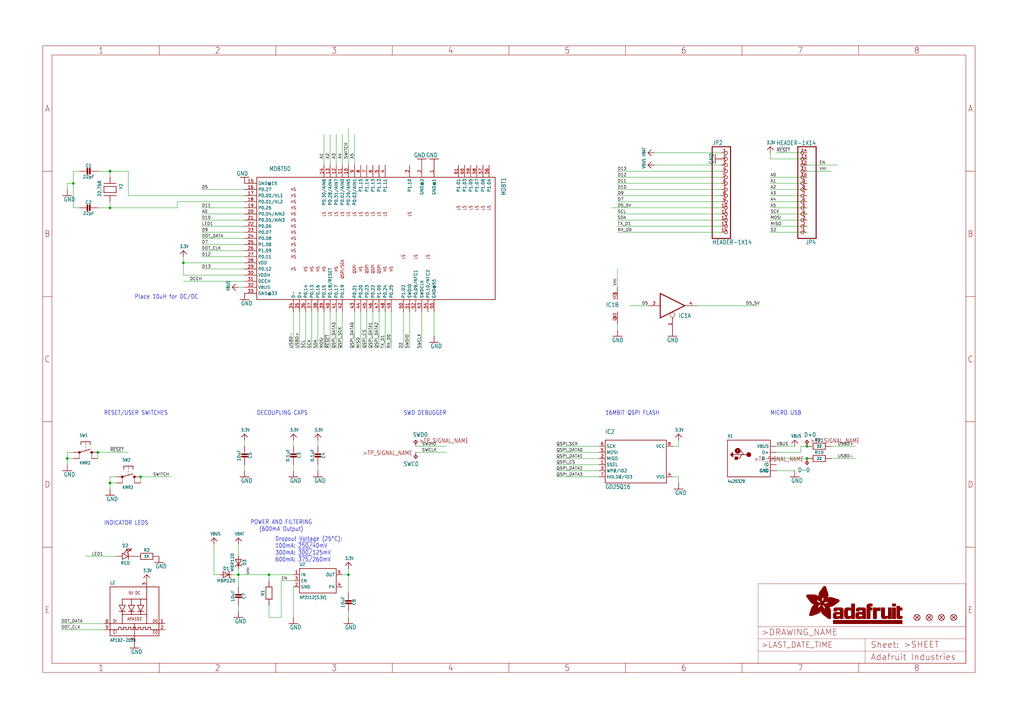
<source format=kicad_sch>
(kicad_sch (version 20211123) (generator eeschema)
  (paper "User" 425.45 299.161)
  (lib_symbols
    (symbol "Adafruit ItsyBitsy nRF52840 Express-eagle-import:3.3V" (power)
      (property "Value" "3.3V" (at -1.524 1.016 0))
      (symbol "3.3V_1_0"
        (pin power_in line (at 0 -2.54 90) (length 2.54) (name "3.3V") (number "1"))
      )
    )
    (symbol "Adafruit ItsyBitsy nRF52840 Express-eagle-import:741G125DBV"
      (property "Reference" "IC" (at -0.635 -0.635 0))
      (symbol "741G125DBV_1_0"
        (pin input line (at 0 10.16 270) (length 5.08) (name "OE") (number "1"))
        (pin input line (at -10.16 0 0) (length 5.08) (name "I") (number "2"))
        (pin tri_state line (at 10.16 0 180) (length 5.08) (name "O") (number "4"))
      )
      (symbol "741G125DBV_2_0"
        (text "GND" (at 1.905 -6.35 900) (effects (font (size 1.27 1.0795)) (justify left bottom)))
        (text "VCC" (at 1.905 2.54 900) (effects (font (size 1.27 1.0795)) (justify left bottom)))
        (pin power_in line (at 0 -7.62 90) (length 5.08) (name "GND") (number "3"))
        (pin power_in line (at 0 7.62 270) (length 5.08) (name "VCC") (number "5"))
      )
    )
    (symbol "Adafruit ItsyBitsy nRF52840 Express-eagle-import:APA1022020"
      (property "Value" "APA1022020" (at -10.16 -12.7 0))
      (symbol "APA1022020_1_0"
        (text "5V DC" (at 0 7.62 0) (effects (font (size 1.27 1.0795))))
        (text "APA102" (at 0 -3.175 0) (effects (font (size 1.27 1.0795))))
        (text "CI" (at -8.128 -8.636 0) (effects (font (size 1.27 1.0795))))
        (text "CO" (at 8.636 -8.636 0) (effects (font (size 1.27 1.0795))))
        (text "DI" (at -8.128 -4.064 0) (effects (font (size 1.27 1.0795))))
        (text "DO" (at 8.636 -4.064 0) (effects (font (size 1.27 1.0795))))
        (pin output line (at 12.7 -5.08 180) (length 2.54) (name "DO") (number "1"))
        (pin output line (at 12.7 -7.62 180) (length 2.54) (name "CKO") (number "2"))
        (pin power_in line (at 5.08 12.7 270) (length 2.54) (name "VDD") (number "3"))
        (pin power_in line (at 0 -12.7 90) (length 2.54) (name "GND") (number "4"))
        (pin input line (at -12.7 -7.62 0) (length 2.54) (name "CKI") (number "5"))
        (pin input line (at -12.7 -5.08 0) (length 2.54) (name "DI") (number "6"))
      )
    )
    (symbol "Adafruit ItsyBitsy nRF52840 Express-eagle-import:CAP_CERAMIC0603_NO"
      (property "Reference" "C" (at -2.29 1.25 90))
      (property "Value" "CAP_CERAMIC0603_NO" (at 2.3 1.25 90))
      (symbol "CAP_CERAMIC0603_NO_1_0"
        (pin passive line (at 0 5.08 270) (length 2.54) (name "1") (number "1"))
        (pin passive line (at 0 -2.54 90) (length 2.54) (name "2") (number "2"))
      )
    )
    (symbol "Adafruit ItsyBitsy nRF52840 Express-eagle-import:CAP_CERAMIC0805-NOOUTLINE"
      (property "Reference" "C" (at -2.29 1.25 90))
      (property "Value" "CAP_CERAMIC0805-NOOUTLINE" (at 2.3 1.25 90))
      (symbol "CAP_CERAMIC0805-NOOUTLINE_1_0"
        (pin passive line (at 0 5.08 270) (length 2.54) (name "1") (number "1"))
        (pin passive line (at 0 -2.54 90) (length 2.54) (name "2") (number "2"))
      )
    )
    (symbol "Adafruit ItsyBitsy nRF52840 Express-eagle-import:CAP_CERAMIC_0603MP"
      (property "Reference" "C" (at -2.29 1.25 90))
      (property "Value" "CAP_CERAMIC_0603MP" (at 2.3 1.25 90))
      (symbol "CAP_CERAMIC_0603MP_1_0"
        (pin passive line (at 0 5.08 270) (length 2.54) (name "1") (number "1"))
        (pin passive line (at 0 -2.54 90) (length 2.54) (name "2") (number "2"))
      )
    )
    (symbol "Adafruit ItsyBitsy nRF52840 Express-eagle-import:DIODE-SCHOTTKYSOD-123"
      (property "Reference" "D" (at 0 2.54 0))
      (property "Value" "DIODE-SCHOTTKYSOD-123" (at 0 -2.5 0))
      (symbol "DIODE-SCHOTTKYSOD-123_1_0"
        (pin passive line (at -2.54 0 0) (length 2.54) (name "A") (number "A"))
        (pin passive line (at 2.54 0 180) (length 2.54) (name "C") (number "C"))
      )
    )
    (symbol "Adafruit ItsyBitsy nRF52840 Express-eagle-import:FIDUCIAL_1MM")
    (symbol "Adafruit ItsyBitsy nRF52840 Express-eagle-import:FRAME_A3_ADAFRUIT"
      (symbol "FRAME_A3_ADAFRUIT_1_0"
        (text "1" (at 24.2094 1.905 0) (effects (font (size 2.54 2.286))))
        (text "1" (at 24.2094 258.445 0) (effects (font (size 2.54 2.286))))
        (text "2" (at 72.6281 1.905 0) (effects (font (size 2.54 2.286))))
        (text "2" (at 72.6281 258.445 0) (effects (font (size 2.54 2.286))))
        (text "3" (at 121.0469 1.905 0) (effects (font (size 2.54 2.286))))
        (text "3" (at 121.0469 258.445 0) (effects (font (size 2.54 2.286))))
        (text "4" (at 169.4656 1.905 0) (effects (font (size 2.54 2.286))))
        (text "4" (at 169.4656 258.445 0) (effects (font (size 2.54 2.286))))
        (text "5" (at 217.8844 1.905 0) (effects (font (size 2.54 2.286))))
        (text "5" (at 217.8844 258.445 0) (effects (font (size 2.54 2.286))))
        (text "6" (at 266.3031 1.905 0) (effects (font (size 2.54 2.286))))
        (text "6" (at 266.3031 258.445 0) (effects (font (size 2.54 2.286))))
        (text "7" (at 314.7219 1.905 0) (effects (font (size 2.54 2.286))))
        (text "7" (at 314.7219 258.445 0) (effects (font (size 2.54 2.286))))
        (text "8" (at 363.1406 1.905 0) (effects (font (size 2.54 2.286))))
        (text "8" (at 363.1406 258.445 0) (effects (font (size 2.54 2.286))))
        (text ">DRAWING_NAME" (at 298.45 15.24 0) (effects (font (size 2.54 2.54)) (justify left bottom)))
        (text ">LAST_DATE_TIME" (at 298.45 10.16 0) (effects (font (size 2.286 2.286)) (justify left bottom)))
        (text ">SHEET" (at 357.505 10.16 0) (effects (font (size 2.54 2.54)) (justify left bottom)))
        (text "A" (at 1.905 234.315 0) (effects (font (size 2.54 2.286))))
        (text "A" (at 385.445 234.315 0) (effects (font (size 2.54 2.286))))
        (text "Adafruit Industries" (at 343.916 4.953 0) (effects (font (size 2.54 2.54)) (justify left bottom)))
        (text "B" (at 1.905 182.245 0) (effects (font (size 2.54 2.286))))
        (text "B" (at 385.445 182.245 0) (effects (font (size 2.54 2.286))))
        (text "C" (at 1.905 130.175 0) (effects (font (size 2.54 2.286))))
        (text "C" (at 385.445 130.175 0) (effects (font (size 2.54 2.286))))
        (text "D" (at 1.905 78.105 0) (effects (font (size 2.54 2.286))))
        (text "D" (at 385.445 78.105 0) (effects (font (size 2.54 2.286))))
        (text "E" (at 1.905 26.035 0) (effects (font (size 2.54 2.286))))
        (text "E" (at 385.445 26.035 0) (effects (font (size 2.54 2.286))))
        (text "Sheet:" (at 343.916 10.033 0) (effects (font (size 2.54 2.54)) (justify left bottom)))
      )
    )
    (symbol "Adafruit ItsyBitsy nRF52840 Express-eagle-import:GND" (power)
      (property "Value" "GND" (at -2.54 -2.54 0))
      (symbol "GND_1_0"
        (pin power_in line (at 0 2.54 270) (length 2.54) (name "GND") (number "1"))
      )
    )
    (symbol "Adafruit ItsyBitsy nRF52840 Express-eagle-import:HEADER-1X14"
      (property "Reference" "JP" (at -6.35 20.955 0))
      (property "Value" "HEADER-1X14" (at -6.35 -20.32 0))
      (symbol "HEADER-1X14_1_0"
        (pin passive inverted (at -2.54 17.78 0) (length 2.54) (name "1") (number "1"))
        (pin passive inverted (at -2.54 -5.08 0) (length 2.54) (name "10") (number "10"))
        (pin passive inverted (at -2.54 -7.62 0) (length 2.54) (name "11") (number "11"))
        (pin passive inverted (at -2.54 -10.16 0) (length 2.54) (name "12") (number "12"))
        (pin passive inverted (at -2.54 -12.7 0) (length 2.54) (name "13") (number "13"))
        (pin passive inverted (at -2.54 -15.24 0) (length 2.54) (name "14") (number "14"))
        (pin passive inverted (at -2.54 15.24 0) (length 2.54) (name "2") (number "2"))
        (pin passive inverted (at -2.54 12.7 0) (length 2.54) (name "3") (number "3"))
        (pin passive inverted (at -2.54 10.16 0) (length 2.54) (name "4") (number "4"))
        (pin passive inverted (at -2.54 7.62 0) (length 2.54) (name "5") (number "5"))
        (pin passive inverted (at -2.54 5.08 0) (length 2.54) (name "6") (number "6"))
        (pin passive inverted (at -2.54 2.54 0) (length 2.54) (name "7") (number "7"))
        (pin passive inverted (at -2.54 0 0) (length 2.54) (name "8") (number "8"))
        (pin passive inverted (at -2.54 -2.54 0) (length 2.54) (name "9") (number "9"))
      )
    )
    (symbol "Adafruit ItsyBitsy nRF52840 Express-eagle-import:LED0805_NOOUTLINE"
      (property "Reference" "D" (at -1.27 4.445 0))
      (property "Value" "LED0805_NOOUTLINE" (at -1.27 -2.794 0))
      (symbol "LED0805_NOOUTLINE_1_0"
        (pin passive line (at -5.08 0 0) (length 2.54) (name "A") (number "A"))
        (pin passive line (at 2.54 0 180) (length 2.54) (name "C") (number "C"))
      )
    )
    (symbol "Adafruit ItsyBitsy nRF52840 Express-eagle-import:MDBT50"
      (property "Reference" "MDBT50" (at -25.4 50.8 0))
      (property "Value" "MDBT50" (at -25.4 -63.5 0))
      (symbol "MDBT50_1_0"
        (text "HS" (at -20.32 -35.56 900) (effects (font (size 1.27 1.0795))))
        (text "HS" (at -17.78 -35.56 900) (effects (font (size 1.27 1.0795))))
        (text "HS" (at -15.24 -35.56 900) (effects (font (size 1.27 1.0795))))
        (text "HS" (at -12.7 -35.56 900) (effects (font (size 1.27 1.0795))))
        (text "HS" (at -10.16 -35.56 900) (effects (font (size 1.27 1.0795))))
        (text "HS" (at -7.62 -35.56 900) (effects (font (size 1.27 1.0795))))
        (text "HS" (at -5.08 -35.56 900) (effects (font (size 1.27 1.0795))))
        (text "HS" (at -2.54 -35.56 900) (effects (font (size 1.27 1.0795))))
        (text "HS" (at 0 -35.56 900) (effects (font (size 1.27 1.0795))))
        (text "HS" (at 2.54 -35.56 900) (effects (font (size 1.27 1.0795))))
        (text "HS" (at 5.08 -35.56 900) (effects (font (size 1.27 1.0795))))
        (text "HS" (at 7.62 -35.56 900) (effects (font (size 1.27 1.0795))))
        (text "HS" (at 12.7 -35.56 900) (effects (font (size 1.27 1.0795))))
        (text "HS" (at 12.7 -30.48 0) (effects (font (size 1.27 1.0795))))
        (text "HS" (at 12.7 -27.94 0) (effects (font (size 1.27 1.0795))))
        (text "HS" (at 12.7 -25.4 0) (effects (font (size 1.27 1.0795))))
        (text "HS" (at 12.7 -22.86 0) (effects (font (size 1.27 1.0795))))
        (text "HS" (at 12.7 -17.78 0) (effects (font (size 1.27 1.0795))))
        (text "HS" (at 12.7 -7.62 0) (effects (font (size 1.27 1.0795))))
        (text "HS" (at 12.7 2.54 0) (effects (font (size 1.27 1.0795))))
        (text "HS" (at 12.7 5.08 0) (effects (font (size 1.27 1.0795))))
        (text "LS" (at -12.7 33.02 0) (effects (font (size 1.27 1.0795))))
        (text "LS" (at -12.7 35.56 0) (effects (font (size 1.27 1.0795))))
        (text "LS" (at -12.7 38.1 0) (effects (font (size 1.27 1.0795))))
        (text "LS" (at -12.7 40.64 0) (effects (font (size 1.27 1.0795))))
        (text "LS" (at -12.7 43.18 0) (effects (font (size 1.27 1.0795))))
        (text "LS" (at -12.7 45.72 0) (effects (font (size 1.27 1.0795))))
        (text "LS" (at -10.16 -22.86 0) (effects (font (size 1.27 1.0795))))
        (text "LS" (at -10.16 -20.32 0) (effects (font (size 1.27 1.0795))))
        (text "LS" (at -10.16 -17.78 0) (effects (font (size 1.27 1.0795))))
        (text "LS" (at -10.16 -15.24 0) (effects (font (size 1.27 1.0795))))
        (text "LS" (at -10.16 -12.7 0) (effects (font (size 1.27 1.0795))))
        (text "LS" (at -10.16 -10.16 0) (effects (font (size 1.27 1.0795))))
        (text "LS" (at -10.16 -7.62 0) (effects (font (size 1.27 1.0795))))
        (text "LS" (at -10.16 -5.08 0) (effects (font (size 1.27 1.0795))))
        (text "LS" (at -10.16 -2.54 0) (effects (font (size 1.27 1.0795))))
        (text "LS" (at -10.16 0 0) (effects (font (size 1.27 1.0795))))
        (text "LS" (at -10.16 2.54 0) (effects (font (size 1.27 1.0795))))
        (text "LS" (at -10.16 12.7 0) (effects (font (size 1.27 1.0795))))
        (text "LS" (at 7.62 10.16 0) (effects (font (size 1.27 1.0795))))
        (text "LS" (at 7.62 15.24 0) (effects (font (size 1.27 1.0795))))
        (text "LS" (at 7.62 20.32 0) (effects (font (size 1.27 1.0795))))
        (text "QSPI" (at 12.7 -10.16 0) (effects (font (size 1.27 1.0795))))
        (text "QSPI" (at 12.7 -5.08 0) (effects (font (size 1.27 1.0795))))
        (text "QSPI" (at 12.7 -2.54 0) (effects (font (size 1.27 1.0795))))
        (text "QSPI" (at 12.7 0 0) (effects (font (size 1.27 1.0795))))
        (text "QSPI/SCK" (at 12.7 -15.24 0) (effects (font (size 1.27 1.0795))))
        (pin bidirectional line (at -30.48 22.86 0) (length 5.08) (name "GND@1") (number "1"))
        (pin bidirectional line (at -30.48 -12.7 0) (length 5.08) (name "P0.29/AIN5") (number "10"))
        (pin bidirectional line (at -30.48 -15.24 0) (length 5.08) (name "P0.02/AIN0") (number "11"))
        (pin bidirectional line (at -30.48 -17.78 0) (length 5.08) (name "P0.31/AIN7") (number "12"))
        (pin bidirectional line (at -30.48 -20.32 0) (length 5.08) (name "P0.28/AIN4") (number "13"))
        (pin bidirectional line (at -30.48 -22.86 0) (length 5.08) (name "P0.30/AIN6") (number "14"))
        (pin bidirectional line (at -22.86 -55.88 90) (length 5.08) (name "GND@15") (number "15"))
        (pin bidirectional line (at -20.32 -55.88 90) (length 5.08) (name "P0.27") (number "16"))
        (pin bidirectional line (at -17.78 -55.88 90) (length 5.08) (name "P0.00/XL1") (number "17"))
        (pin bidirectional line (at -15.24 -55.88 90) (length 5.08) (name "P0.01/XL2") (number "18"))
        (pin bidirectional line (at -12.7 -55.88 90) (length 5.08) (name "P0.26") (number "19"))
        (pin bidirectional line (at -30.48 17.78 0) (length 5.08) (name "GND@2") (number "2"))
        (pin bidirectional line (at -10.16 -55.88 90) (length 5.08) (name "P0.04/AIN2") (number "20"))
        (pin bidirectional line (at -7.62 -55.88 90) (length 5.08) (name "P0.05/AIN3") (number "21"))
        (pin bidirectional line (at -5.08 -55.88 90) (length 5.08) (name "P0.06") (number "22"))
        (pin bidirectional line (at -2.54 -55.88 90) (length 5.08) (name "P0.07") (number "23"))
        (pin bidirectional line (at 0 -55.88 90) (length 5.08) (name "P0.08") (number "24"))
        (pin bidirectional line (at 2.54 -55.88 90) (length 5.08) (name "P1.08") (number "25"))
        (pin bidirectional line (at 5.08 -55.88 90) (length 5.08) (name "P1.09") (number "26"))
        (pin bidirectional line (at 7.62 -55.88 90) (length 5.08) (name "P0.11") (number "27"))
        (pin bidirectional line (at 10.16 -55.88 90) (length 5.08) (name "VDD") (number "28"))
        (pin bidirectional line (at 12.7 -55.88 90) (length 5.08) (name "P0.12") (number "29"))
        (pin bidirectional line (at -30.48 12.7 0) (length 5.08) (name "P1.10") (number "3"))
        (pin bidirectional line (at 15.24 -55.88 90) (length 5.08) (name "VDDH") (number "30"))
        (pin bidirectional line (at 17.78 -55.88 90) (length 5.08) (name "DCCH") (number "31"))
        (pin bidirectional line (at 20.32 -55.88 90) (length 5.08) (name "VBUS") (number "32"))
        (pin bidirectional line (at 22.86 -55.88 90) (length 5.08) (name "GND@33") (number "33"))
        (pin bidirectional line (at 30.48 -35.56 180) (length 5.08) (name "D-") (number "34"))
        (pin bidirectional line (at 30.48 -33.02 180) (length 5.08) (name "D+") (number "35"))
        (pin bidirectional line (at 30.48 -30.48 180) (length 5.08) (name "P0.14") (number "36"))
        (pin bidirectional line (at 30.48 -27.94 180) (length 5.08) (name "P0.13") (number "37"))
        (pin bidirectional line (at 30.48 -25.4 180) (length 5.08) (name "P0.16") (number "38"))
        (pin bidirectional line (at 30.48 -22.86 180) (length 5.08) (name "P0.15") (number "39"))
        (pin bidirectional line (at -30.48 2.54 0) (length 5.08) (name "P1.11") (number "4"))
        (pin bidirectional line (at 30.48 -20.32 180) (length 5.08) (name "P0.18/RESET") (number "40"))
        (pin bidirectional line (at 30.48 -17.78 180) (length 5.08) (name "P0.17") (number "41"))
        (pin bidirectional line (at 30.48 -15.24 180) (length 5.08) (name "P0.19") (number "42"))
        (pin bidirectional line (at 30.48 -10.16 180) (length 5.08) (name "P0.21") (number "43"))
        (pin bidirectional line (at 30.48 -7.62 180) (length 5.08) (name "P0.20") (number "44"))
        (pin bidirectional line (at 30.48 -5.08 180) (length 5.08) (name "P0.23") (number "45"))
        (pin bidirectional line (at 30.48 -2.54 180) (length 5.08) (name "P0.22") (number "46"))
        (pin bidirectional line (at 30.48 0 180) (length 5.08) (name "P1.00") (number "47"))
        (pin bidirectional line (at 30.48 2.54 180) (length 5.08) (name "P0.24") (number "48"))
        (pin bidirectional line (at 30.48 5.08 180) (length 5.08) (name "P0.25") (number "49"))
        (pin bidirectional line (at -30.48 0 0) (length 5.08) (name "P1.12") (number "5"))
        (pin bidirectional line (at 30.48 10.16 180) (length 5.08) (name "P1.02") (number "50"))
        (pin bidirectional line (at 30.48 12.7 180) (length 5.08) (name "SWDIO") (number "51"))
        (pin bidirectional line (at 30.48 15.24 180) (length 5.08) (name "P0.09/NFC1") (number "52"))
        (pin bidirectional line (at 30.48 17.78 180) (length 5.08) (name "SWDCLK") (number "53"))
        (pin bidirectional line (at 30.48 20.32 180) (length 5.08) (name "P0.10/NFC2") (number "54"))
        (pin bidirectional line (at 30.48 22.86 180) (length 5.08) (name "GND@55") (number "55"))
        (pin bidirectional line (at -30.48 45.72 0) (length 5.08) (name "P1.04") (number "56"))
        (pin bidirectional line (at -30.48 43.18 0) (length 5.08) (name "P1.06") (number "57"))
        (pin bidirectional line (at -30.48 40.64 0) (length 5.08) (name "P1.07") (number "58"))
        (pin bidirectional line (at -30.48 38.1 0) (length 5.08) (name "P1.05") (number "59"))
        (pin bidirectional line (at -30.48 -2.54 0) (length 5.08) (name "P1.13") (number "6"))
        (pin bidirectional line (at -30.48 35.56 0) (length 5.08) (name "P1.03") (number "60"))
        (pin bidirectional line (at -30.48 33.02 0) (length 5.08) (name "P1.01") (number "61"))
        (pin bidirectional line (at -30.48 -5.08 0) (length 5.08) (name "P1.14") (number "7"))
        (pin bidirectional line (at -30.48 -7.62 0) (length 5.08) (name "P1.15") (number "8"))
        (pin bidirectional line (at -30.48 -10.16 0) (length 5.08) (name "P0.03/AIN1") (number "9"))
      )
    )
    (symbol "Adafruit ItsyBitsy nRF52840 Express-eagle-import:RESISTOR_0603_NOOUT"
      (property "Reference" "R" (at 0 2.54 0))
      (property "Value" "RESISTOR_0603_NOOUT" (at 0 0 0))
      (symbol "RESISTOR_0603_NOOUT_1_0"
        (pin passive line (at -5.08 0 0) (length 2.54) (name "1") (number "1"))
        (pin passive line (at 5.08 0 180) (length 2.54) (name "2") (number "2"))
      )
    )
    (symbol "Adafruit ItsyBitsy nRF52840 Express-eagle-import:SPIFLASH_8PINUX"
      (property "Reference" "U" (at -12.7 12.7 0))
      (property "Value" "SPIFLASH_8PINUX" (at -12.7 -10.16 0))
      (symbol "SPIFLASH_8PINUX_1_0"
        (pin bidirectional line (at -15.24 0 0) (length 2.54) (name "SSEL") (number "1"))
        (pin bidirectional line (at -15.24 2.54 0) (length 2.54) (name "MISO") (number "2"))
        (pin bidirectional line (at -15.24 -2.54 0) (length 2.54) (name "WP#/IO2") (number "3"))
        (pin bidirectional line (at 15.24 -5.08 180) (length 2.54) (name "VSS") (number "4"))
        (pin bidirectional line (at -15.24 5.08 0) (length 2.54) (name "MOSI") (number "5"))
        (pin bidirectional line (at -15.24 7.62 0) (length 2.54) (name "SCK") (number "6"))
        (pin bidirectional line (at -15.24 -5.08 0) (length 2.54) (name "HOLD#/IO3") (number "7"))
        (pin bidirectional line (at 15.24 7.62 180) (length 2.54) (name "VCC") (number "8"))
      )
    )
    (symbol "Adafruit ItsyBitsy nRF52840 Express-eagle-import:SWITCH_TACT_SMT4.6X2.8"
      (property "Reference" "SW" (at -2.54 6.35 0))
      (property "Value" "SWITCH_TACT_SMT4.6X2.8" (at -2.54 -5.08 0))
      (symbol "SWITCH_TACT_SMT4.6X2.8_1_0"
        (pin passive line (at -5.08 0 0) (length 2.54) (name "P") (number "A"))
        (pin passive line (at -5.08 -2.54 0) (length 2.54) (name "P1") (number "A'"))
        (pin passive line (at 5.08 0 180) (length 2.54) (name "S") (number "B"))
        (pin passive line (at 5.08 -2.54 180) (length 2.54) (name "S1") (number "B'"))
      )
    )
    (symbol "Adafruit ItsyBitsy nRF52840 Express-eagle-import:TPTP10R"
      (property "Reference" "TP" (at -1.27 1.27 0))
      (symbol "TPTP10R_1_0"
        (text ">TP_SIGNAL_NAME" (at 1.27 -1.27 0) (effects (font (size 1.778 1.5113)) (justify left bottom)))
        (pin input line (at 0 -2.54 90) (length 2.54) (name "TP") (number "TP"))
      )
    )
    (symbol "Adafruit ItsyBitsy nRF52840 Express-eagle-import:TPTP13R"
      (property "Reference" "TP" (at -1.27 1.27 0))
      (symbol "TPTP13R_1_0"
        (text ">TP_SIGNAL_NAME" (at 1.27 -1.27 0) (effects (font (size 1.778 1.5113)) (justify left bottom)))
        (pin input line (at 0 -2.54 90) (length 2.54) (name "TP") (number "TP"))
      )
    )
    (symbol "Adafruit ItsyBitsy nRF52840 Express-eagle-import:USB_MICRO_20329_V2"
      (property "Reference" "X" (at -10.16 8.636 0))
      (property "Value" "USB_MICRO_20329_V2" (at -10.16 -10.16 0))
      (symbol "USB_MICRO_20329_V2_1_0"
        (pin power_in line (at 10.16 -5.08 180) (length 2.54) (name "GND") (number "BASE@1"))
        (pin power_in line (at 10.16 -5.08 180) (length 2.54) (name "GND") (number "BASE@2"))
        (pin bidirectional line (at 10.16 2.54 180) (length 2.54) (name "D+") (number "D+"))
        (pin bidirectional line (at 10.16 0 180) (length 2.54) (name "D-") (number "D-"))
        (pin power_in line (at 10.16 -5.08 180) (length 2.54) (name "GND") (number "GND"))
        (pin bidirectional line (at 10.16 -2.54 180) (length 2.54) (name "ID") (number "ID"))
        (pin power_in line (at 10.16 -5.08 180) (length 2.54) (name "GND") (number "SPRT@1"))
        (pin power_in line (at 10.16 -5.08 180) (length 2.54) (name "GND") (number "SPRT@2"))
        (pin power_in line (at 10.16 -5.08 180) (length 2.54) (name "GND") (number "SPRT@3"))
        (pin power_in line (at 10.16 -5.08 180) (length 2.54) (name "GND") (number "SPRT@4"))
        (pin power_in line (at 10.16 5.08 180) (length 2.54) (name "VBUS") (number "VBUS"))
      )
    )
    (symbol "Adafruit ItsyBitsy nRF52840 Express-eagle-import:VBAT" (power)
      (property "Value" "VBAT" (at -1.524 1.016 0))
      (symbol "VBAT_1_0"
        (pin power_in line (at 0 -2.54 90) (length 2.54) (name "VBAT") (number "1"))
      )
    )
    (symbol "Adafruit ItsyBitsy nRF52840 Express-eagle-import:VBUS" (power)
      (property "Value" "VBUS" (at -1.524 1.016 0))
      (symbol "VBUS_1_0"
        (pin power_in line (at 0 -2.54 90) (length 2.54) (name "VBUS") (number "1"))
      )
    )
    (symbol "Adafruit ItsyBitsy nRF52840 Express-eagle-import:VREG_SOT23-5"
      (property "Reference" "U" (at -7.62 6.096 0))
      (property "Value" "VREG_SOT23-5" (at -7.62 -7.62 0))
      (symbol "VREG_SOT23-5_1_0"
        (pin power_in line (at -10.16 2.54 0) (length 2.54) (name "IN") (number "1"))
        (pin power_in line (at -10.16 -2.54 0) (length 2.54) (name "GND") (number "2"))
        (pin input line (at -10.16 0 0) (length 2.54) (name "EN") (number "3"))
        (pin bidirectional line (at 10.16 -2.54 180) (length 2.54) (name "P4") (number "4"))
        (pin power_in line (at 10.16 2.54 180) (length 2.54) (name "OUT") (number "5"))
      )
    )
    (symbol "Adafruit ItsyBitsy nRF52840 Express-eagle-import:XTAL-3.2X1.5"
      (property "Reference" "X" (at -2.54 3.81 0))
      (property "Value" "XTAL-3.2X1.5" (at -3.81 -5.08 0))
      (symbol "XTAL-3.2X1.5_1_0"
        (pin bidirectional line (at -5.08 0 0) (length 2.54) (name "P$1") (number "P$1"))
        (pin bidirectional line (at 5.08 0 180) (length 2.54) (name "P$2") (number "P$2"))
      )
    )
  )
  (junction (at 335.28 185.42))
  (junction (at 40.64 187.96))
  (junction (at 144.78 238.76))
  (junction (at 45.72 86.36))
  (junction (at 335.28 190.5))
  (junction (at 27.94 190.5))
  (junction (at 45.72 71.12))
  (junction (at 45.72 200.66))
  (junction (at 76.2 109.22))
  (junction (at 111.76 238.76))
  (junction (at 30.48 76.2))
  (junction (at 58.42 198.12))
  (junction (at 99.06 238.76))
  (wire (pts (xy 160.02 129.54) (xy 160.02 144.78)))
  (wire (pts (xy 299.72 88.9) (xy 256.54 88.9)))
  (wire (pts (xy 58.42 198.12) (xy 71.12 198.12)))
  (wire (pts (xy 101.6 93.98) (xy 83.82 93.98)))
  (wire (pts (xy 101.6 104.14) (xy 83.82 104.14)))
  (wire (pts (xy 48.26 200.66) (xy 45.72 200.66)))
  (wire (pts (xy 256.54 134.62) (xy 256.54 137.16)))
  (wire (pts (xy 144.78 238.76) (xy 144.78 236.22)))
  (wire (pts (xy 335.28 71.12) (xy 345.44 71.12)))
  (wire (pts (xy 231.14 195.58) (xy 248.92 195.58)))
  (wire (pts (xy 91.44 238.76) (xy 88.9 238.76)))
  (wire (pts (xy 320.04 86.36) (xy 335.28 86.36)))
  (wire (pts (xy 330.2 185.42) (xy 322.58 185.42)))
  (wire (pts (xy 320.04 66.04) (xy 335.28 66.04)))
  (wire (pts (xy 101.6 81.28) (xy 53.34 81.28)))
  (wire (pts (xy 335.28 88.9) (xy 320.04 88.9)))
  (wire (pts (xy 142.24 68.58) (xy 142.24 55.88)))
  (wire (pts (xy 45.72 198.12) (xy 45.72 200.66)))
  (wire (pts (xy 124.46 129.54) (xy 124.46 144.78)))
  (wire (pts (xy 256.54 91.44) (xy 299.72 91.44)))
  (wire (pts (xy 332.74 187.96) (xy 332.74 185.42)))
  (wire (pts (xy 101.6 185.42) (xy 101.6 182.88)))
  (wire (pts (xy 139.7 144.78) (xy 139.7 129.54)))
  (wire (pts (xy 43.18 259.08) (xy 25.4 259.08)))
  (wire (pts (xy 30.48 187.96) (xy 27.94 187.96)))
  (wire (pts (xy 27.94 78.74) (xy 27.94 76.2)))
  (wire (pts (xy 256.54 78.74) (xy 299.72 78.74)))
  (wire (pts (xy 99.06 251.46) (xy 99.06 254)))
  (wire (pts (xy 30.48 86.36) (xy 33.02 86.36)))
  (wire (pts (xy 101.6 109.22) (xy 76.2 109.22)))
  (wire (pts (xy 180.34 139.7) (xy 180.34 129.54)))
  (wire (pts (xy 40.64 187.96) (xy 40.64 190.5)))
  (wire (pts (xy 99.06 236.22) (xy 99.06 238.76)))
  (wire (pts (xy 40.64 86.36) (xy 45.72 86.36)))
  (wire (pts (xy 279.4 198.12) (xy 281.94 198.12)))
  (wire (pts (xy 335.28 83.82) (xy 320.04 83.82)))
  (wire (pts (xy 157.48 129.54) (xy 157.48 144.78)))
  (wire (pts (xy 48.26 231.14) (xy 35.56 231.14)))
  (wire (pts (xy 231.14 193.04) (xy 248.92 193.04)))
  (wire (pts (xy 101.6 78.74) (xy 83.82 78.74)))
  (wire (pts (xy 142.24 144.78) (xy 142.24 129.54)))
  (wire (pts (xy 116.84 241.3) (xy 116.84 256.54)))
  (wire (pts (xy 101.6 86.36) (xy 83.82 86.36)))
  (wire (pts (xy 101.6 88.9) (xy 83.82 88.9)))
  (wire (pts (xy 101.6 193.04) (xy 101.6 195.58)))
  (wire (pts (xy 58.42 198.12) (xy 58.42 200.66)))
  (wire (pts (xy 332.74 185.42) (xy 335.28 185.42)))
  (wire (pts (xy 320.04 93.98) (xy 335.28 93.98)))
  (wire (pts (xy 101.6 83.82) (xy 73.66 83.82)))
  (wire (pts (xy 25.4 261.62) (xy 43.18 261.62)))
  (wire (pts (xy 40.64 71.12) (xy 45.72 71.12)))
  (wire (pts (xy 139.7 68.58) (xy 139.7 55.88)))
  (wire (pts (xy 53.34 81.28) (xy 53.34 71.12)))
  (wire (pts (xy 96.52 238.76) (xy 99.06 238.76)))
  (wire (pts (xy 121.92 193.04) (xy 121.92 195.58)))
  (wire (pts (xy 320.04 81.28) (xy 335.28 81.28)))
  (wire (pts (xy 121.92 241.3) (xy 116.84 241.3)))
  (wire (pts (xy 335.28 68.58) (xy 347.98 68.58)))
  (wire (pts (xy 144.78 254) (xy 144.78 256.54)))
  (wire (pts (xy 101.6 111.76) (xy 83.82 111.76)))
  (wire (pts (xy 45.72 86.36) (xy 45.72 83.82)))
  (wire (pts (xy 132.08 185.42) (xy 132.08 182.88)))
  (wire (pts (xy 27.94 190.5) (xy 27.94 193.04)))
  (wire (pts (xy 335.28 91.44) (xy 320.04 91.44)))
  (wire (pts (xy 269.24 127) (xy 261.62 127)))
  (wire (pts (xy 256.54 96.52) (xy 299.72 96.52)))
  (wire (pts (xy 101.6 99.06) (xy 83.82 99.06)))
  (wire (pts (xy 45.72 200.66) (xy 45.72 203.2)))
  (wire (pts (xy 256.54 111.76) (xy 256.54 119.38)))
  (wire (pts (xy 355.6 190.5) (xy 345.44 190.5)))
  (wire (pts (xy 322.58 190.5) (xy 335.28 190.5)))
  (wire (pts (xy 170.18 129.54) (xy 170.18 144.78)))
  (wire (pts (xy 73.66 86.36) (xy 45.72 86.36)))
  (wire (pts (xy 101.6 96.52) (xy 83.82 96.52)))
  (wire (pts (xy 137.16 68.58) (xy 137.16 55.88)))
  (wire (pts (xy 53.34 71.12) (xy 45.72 71.12)))
  (wire (pts (xy 231.14 190.5) (xy 248.92 190.5)))
  (wire (pts (xy 185.42 185.42) (xy 172.72 185.42)))
  (wire (pts (xy 30.48 71.12) (xy 30.48 76.2)))
  (wire (pts (xy 142.24 238.76) (xy 144.78 238.76)))
  (wire (pts (xy 129.54 129.54) (xy 129.54 144.78)))
  (wire (pts (xy 320.04 76.2) (xy 335.28 76.2)))
  (wire (pts (xy 144.78 68.58) (xy 144.78 53.34)))
  (wire (pts (xy 101.6 116.84) (xy 76.2 116.84)))
  (wire (pts (xy 121.92 238.76) (xy 111.76 238.76)))
  (wire (pts (xy 99.06 226.06) (xy 99.06 231.14)))
  (wire (pts (xy 101.6 91.44) (xy 83.82 91.44)))
  (wire (pts (xy 256.54 73.66) (xy 299.72 73.66)))
  (wire (pts (xy 322.58 195.58) (xy 330.2 195.58)))
  (wire (pts (xy 335.28 96.52) (xy 320.04 96.52)))
  (wire (pts (xy 40.64 187.96) (xy 53.34 187.96)))
  (wire (pts (xy 99.06 238.76) (xy 111.76 238.76)))
  (wire (pts (xy 152.4 129.54) (xy 152.4 144.78)))
  (wire (pts (xy 279.4 185.42) (xy 281.94 185.42)))
  (wire (pts (xy 162.56 129.54) (xy 162.56 144.78)))
  (wire (pts (xy 121.92 144.78) (xy 121.92 129.54)))
  (wire (pts (xy 322.58 187.96) (xy 332.74 187.96)))
  (wire (pts (xy 27.94 187.96) (xy 27.94 190.5)))
  (wire (pts (xy 76.2 114.3) (xy 76.2 109.22)))
  (wire (pts (xy 299.72 93.98) (xy 256.54 93.98)))
  (wire (pts (xy 45.72 71.12) (xy 45.72 73.66)))
  (wire (pts (xy 83.82 106.68) (xy 101.6 106.68)))
  (wire (pts (xy 101.6 114.3) (xy 76.2 114.3)))
  (wire (pts (xy 147.32 144.78) (xy 147.32 129.54)))
  (wire (pts (xy 137.16 129.54) (xy 137.16 144.78)))
  (wire (pts (xy 30.48 190.5) (xy 27.94 190.5)))
  (wire (pts (xy 167.64 129.54) (xy 167.64 144.78)))
  (wire (pts (xy 121.92 243.84) (xy 121.92 256.54)))
  (wire (pts (xy 134.62 68.58) (xy 134.62 55.88)))
  (wire (pts (xy 335.28 63.5) (xy 322.58 63.5)))
  (wire (pts (xy 144.78 246.38) (xy 144.78 238.76)))
  (wire (pts (xy 132.08 129.54) (xy 132.08 144.78)))
  (wire (pts (xy 154.94 129.54) (xy 154.94 144.78)))
  (wire (pts (xy 335.28 73.66) (xy 320.04 73.66)))
  (wire (pts (xy 27.94 76.2) (xy 30.48 76.2)))
  (wire (pts (xy 175.26 129.54) (xy 175.26 144.78)))
  (wire (pts (xy 132.08 193.04) (xy 132.08 195.58)))
  (wire (pts (xy 147.32 68.58) (xy 147.32 55.88)))
  (wire (pts (xy 256.54 83.82) (xy 299.72 83.82)))
  (wire (pts (xy 111.76 241.3) (xy 111.76 238.76)))
  (wire (pts (xy 335.28 78.74) (xy 320.04 78.74)))
  (wire (pts (xy 299.72 81.28) (xy 256.54 81.28)))
  (wire (pts (xy 33.02 71.12) (xy 30.48 71.12)))
  (wire (pts (xy 355.6 185.42) (xy 345.44 185.42)))
  (wire (pts (xy 116.84 256.54) (xy 111.76 256.54)))
  (wire (pts (xy 289.56 127) (xy 314.96 127)))
  (wire (pts (xy 299.72 71.12) (xy 256.54 71.12)))
  (wire (pts (xy 149.86 144.78) (xy 149.86 129.54)))
  (wire (pts (xy 121.92 185.42) (xy 121.92 182.88)))
  (wire (pts (xy 231.14 198.12) (xy 248.92 198.12)))
  (wire (pts (xy 172.72 187.96) (xy 185.42 187.96)))
  (wire (pts (xy 248.92 185.42) (xy 231.14 185.42)))
  (wire (pts (xy 48.26 198.12) (xy 45.72 198.12)))
  (wire (pts (xy 83.82 101.6) (xy 101.6 101.6)))
  (wire (pts (xy 248.92 187.96) (xy 231.14 187.96)))
  (wire (pts (xy 299.72 86.36) (xy 254 86.36)))
  (wire (pts (xy 111.76 256.54) (xy 111.76 251.46)))
  (wire (pts (xy 271.78 63.5) (xy 299.72 63.5)))
  (wire (pts (xy 320.04 63.5) (xy 320.04 66.04)))
  (wire (pts (xy 99.06 243.84) (xy 99.06 238.76)))
  (wire (pts (xy 73.66 83.82) (xy 73.66 86.36)))
  (wire (pts (xy 299.72 76.2) (xy 256.54 76.2)))
  (wire (pts (xy 281.94 198.12) (xy 281.94 200.66)))
  (wire (pts (xy 101.6 119.38) (xy 99.06 119.38)))
  (wire (pts (xy 134.62 129.54) (xy 134.62 144.78)))
  (wire (pts (xy 88.9 238.76) (xy 88.9 226.06)))
  (wire (pts (xy 127 129.54) (xy 127 144.78)))
  (wire (pts (xy 281.94 185.42) (xy 281.94 182.88)))
  (wire (pts (xy 299.72 68.58) (xy 271.78 68.58)))
  (wire (pts (xy 30.48 76.2) (xy 30.48 86.36)))
  (wire (pts (xy 76.2 109.22) (xy 76.2 106.68)))
  (text "POWER AND FILTERING\n(600mA Output)" (at 116.84 220.98 180) (effects (font (size 1.778 1.5113)) (justify bottom)))
  (text "SWD DEBUGGER" (at 167.64 172.72 180) (effects (font (size 1.778 1.5113)) (justify left bottom)))
  (text "16MBIT QSPI FLASH" (at 251.46 172.72 180) (effects (font (size 1.778 1.5113)) (justify left bottom)))
  (text "MICRO USB" (at 320.04 172.72 180) (effects (font (size 1.778 1.5113)) (justify left bottom)))
  (text "RESET/USER SWITCHES" (at 43.18 172.72 180) (effects (font (size 1.778 1.5113)) (justify left bottom)))
  (text "INDICATOR LEDS" (at 43.18 218.44 180) (effects (font (size 1.778 1.5113)) (justify left bottom)))
  (text "Place 10uH for DC/DC" (at 55.88 124.46 180) (effects (font (size 1.778 1.5113)) (justify left bottom)))
  (text "Dropout Voltage (25°C):\n100mA: ~{250/}40mV\n300mA: ~{300/}125mV\n600mA: ~{375/}260mV" (at 114.3 233.68 180) (effects (font (size 1.778 1.5113)) (justify left bottom)))
  (text "DECOUPLING CAPS" (at 106.68 172.72 180) (effects (font (size 1.778 1.5113)) (justify left bottom)))
  (label "D2" (at 320.04 96.52 0) (effects (font (size 1.2446 1.2446))))
  (label "TX_D1" (at 160.02 144.78 90) (effects (font (size 1.2446 1.2446))))
  (label "A4" (at 142.24 66.04 90) (effects (font (size 1.2446 1.2446))))
  (label "MOSI" (at 134.62 144.78 90) (effects (font (size 1.2446 1.2446))))
  (label "SWITCH" (at 144.78 66.04 90) (effects (font (size 1.2446 1.2446))))
  (label "LED1" (at 38.1 231.14 0) (effects (font (size 1.2446 1.2446))))
  (label "D9" (at 83.82 96.52 0) (effects (font (size 1.2446 1.2446))))
  (label "SCL" (at 256.54 88.9 0) (effects (font (size 1.2446 1.2446))))
  (label "A0" (at 83.82 88.9 0) (effects (font (size 1.2446 1.2446))))
  (label "DCCH" (at 78.74 116.84 0) (effects (font (size 1.2446 1.2446))))
  (label "SCK" (at 320.04 88.9 0) (effects (font (size 1.2446 1.2446))))
  (label "D10" (at 83.82 91.44 0) (effects (font (size 1.2446 1.2446))))
  (label "SWITCH" (at 63.5 198.12 0) (effects (font (size 1.2446 1.2446))))
  (label "SDA" (at 256.54 91.44 0) (effects (font (size 1.2446 1.2446))))
  (label "D7" (at 256.54 83.82 0) (effects (font (size 1.2446 1.2446))))
  (label "QSPI_SCK" (at 142.24 144.78 90) (effects (font (size 1.2446 1.2446))))
  (label "SWCLK" (at 175.26 187.96 0) (effects (font (size 1.2446 1.2446))))
  (label "A4" (at 320.04 83.82 0) (effects (font (size 1.2446 1.2446))))
  (label "D10" (at 256.54 78.74 0) (effects (font (size 1.2446 1.2446))))
  (label "D13" (at 256.54 71.12 0) (effects (font (size 1.2446 1.2446))))
  (label "D9" (at 256.54 81.28 0) (effects (font (size 1.2446 1.2446))))
  (label "VHI" (at 340.36 71.12 0) (effects (font (size 1.2446 1.2446))))
  (label "D12" (at 83.82 106.68 0) (effects (font (size 1.2446 1.2446))))
  (label "D5" (at 83.82 78.74 0) (effects (font (size 1.2446 1.2446))))
  (label "TX_D1" (at 256.54 93.98 0) (effects (font (size 1.2446 1.2446))))
  (label "QSPI_DATA2" (at 231.14 195.58 0) (effects (font (size 1.2446 1.2446))))
  (label "A0" (at 320.04 73.66 0) (effects (font (size 1.2446 1.2446))))
  (label "LED1" (at 83.82 93.98 0) (effects (font (size 1.2446 1.2446))))
  (label "D5_5V" (at 309.88 127 0) (effects (font (size 1.2446 1.2446))))
  (label "DOT_DATA" (at 83.82 99.06 0) (effects (font (size 1.2446 1.2446))))
  (label "USBD+" (at 347.98 185.42 0) (effects (font (size 1.2446 1.2446))))
  (label "~{RESET}" (at 137.16 144.78 90) (effects (font (size 1.2446 1.2446))))
  (label "SDA" (at 132.08 144.78 90) (effects (font (size 1.2446 1.2446))))
  (label "QSPI_CS" (at 231.14 193.04 0) (effects (font (size 1.2446 1.2446))))
  (label "A3" (at 139.7 66.04 90) (effects (font (size 1.2446 1.2446))))
  (label "USBD-" (at 121.92 144.78 90) (effects (font (size 1.2446 1.2446))))
  (label "QSPI_DATA3" (at 231.14 198.12 0) (effects (font (size 1.2446 1.2446))))
  (label "EN" (at 116.84 241.3 0) (effects (font (size 1.2446 1.2446))))
  (label "QSPI_DATA0" (at 231.14 187.96 0) (effects (font (size 1.2446 1.2446))))
  (label "QSPI_DATA1" (at 154.94 144.78 90) (effects (font (size 1.2446 1.2446))))
  (label "D13" (at 83.82 111.76 0) (effects (font (size 1.2446 1.2446))))
  (label "A5" (at 320.04 86.36 0) (effects (font (size 1.2446 1.2446))))
  (label "SWDIO" (at 175.26 185.42 0) (effects (font (size 1.2446 1.2446))))
  (label "DOT_CLK" (at 83.82 104.14 0) (effects (font (size 1.2446 1.2446))))
  (label "D12" (at 256.54 73.66 0) (effects (font (size 1.2446 1.2446))))
  (label "QSPI_DATA2" (at 157.48 144.78 90) (effects (font (size 1.2446 1.2446))))
  (label "D5" (at 266.7 127 0) (effects (font (size 1.2446 1.2446))))
  (label "SWCLK" (at 175.26 144.78 90) (effects (font (size 1.2446 1.2446))))
  (label "VHI" (at 104.14 238.76 90) (effects (font (size 1.2446 1.2446))))
  (label "VBUS" (at 322.58 185.42 0) (effects (font (size 1.2446 1.2446))))
  (label "RX_D0" (at 162.56 144.78 90) (effects (font (size 1.2446 1.2446))))
  (label "SWDIO" (at 170.18 144.78 90) (effects (font (size 1.2446 1.2446))))
  (label "A1" (at 320.04 76.2 0) (effects (font (size 1.2446 1.2446))))
  (label "MOSI" (at 320.04 91.44 0) (effects (font (size 1.2446 1.2446))))
  (label "D11" (at 83.82 86.36 0) (effects (font (size 1.2446 1.2446))))
  (label "DOT_CLK" (at 25.4 261.62 0) (effects (font (size 1.2446 1.2446))))
  (label "USBD+" (at 124.46 144.78 90) (effects (font (size 1.2446 1.2446))))
  (label "A5" (at 147.32 66.04 90) (effects (font (size 1.2446 1.2446))))
  (label "QSPI_CS" (at 152.4 144.78 90) (effects (font (size 1.2446 1.2446))))
  (label "VHI" (at 256.54 115.57 270) (effects (font (size 1.2446 1.2446))))
  (label "D11" (at 256.54 76.2 0) (effects (font (size 1.2446 1.2446))))
  (label "~{RESET}" (at 45.72 187.96 0) (effects (font (size 1.2446 1.2446))))
  (label "SCK" (at 129.54 144.78 90) (effects (font (size 1.2446 1.2446))))
  (label "QSPI_DATA1" (at 231.14 190.5 0) (effects (font (size 1.2446 1.2446))))
  (label "~{RESET}" (at 322.58 63.5 0) (effects (font (size 1.2446 1.2446))))
  (label "RX_D0" (at 256.54 96.52 0) (effects (font (size 1.2446 1.2446))))
  (label "QSPI_DATA0" (at 147.32 144.78 90) (effects (font (size 1.2446 1.2446))))
  (label "QSPI_DATA3" (at 139.7 144.78 90) (effects (font (size 1.2446 1.2446))))
  (label "DOT_DATA" (at 25.4 259.08 0) (effects (font (size 1.2446 1.2446))))
  (label "A2" (at 320.04 78.74 0) (effects (font (size 1.2446 1.2446))))
  (label "USBD-" (at 347.98 190.5 0) (effects (font (size 1.2446 1.2446))))
  (label "A2" (at 137.16 66.04 90) (effects (font (size 1.2446 1.2446))))
  (label "SCL" (at 127 144.78 90) (effects (font (size 1.2446 1.2446))))
  (label "D5_5V" (at 256.54 86.36 0) (effects (font (size 1.2446 1.2446))))
  (label "D7" (at 83.82 101.6 0) (effects (font (size 1.2446 1.2446))))
  (label "MISO" (at 320.04 93.98 0) (effects (font (size 1.2446 1.2446))))
  (label "EN" (at 340.36 68.58 0) (effects (font (size 1.2446 1.2446))))
  (label "QSPI_SCK" (at 231.14 185.42 0) (effects (font (size 1.2446 1.2446))))
  (label "MISO" (at 149.86 144.78 90) (effects (font (size 1.2446 1.2446))))
  (label "A1" (at 134.62 66.04 90) (effects (font (size 1.2446 1.2446))))
  (label "A3" (at 320.04 81.28 0) (effects (font (size 1.2446 1.2446))))
  (label "D2" (at 167.64 144.78 90) (effects (font (size 1.2446 1.2446))))
  (symbol (lib_id "Adafruit ItsyBitsy nRF52840 Express-eagle-import:GND") (at 101.6 73.66 180) (unit 1)
    (property "Reference" "#U$49" (effects hide))
    (property "Value" "GND" (at 103.124 71.12 0) (effects (font (size 1.778 1.5113)) (justify left bottom)))
    (property "Footprint" "Adafruit ItsyBitsy nRF52840 Express:" (effects hide))
  )
  (symbol (lib_id "Adafruit ItsyBitsy nRF52840 Express-eagle-import:TPTP10R") (at 335.28 193.04 180) (unit 1)
    (property "Reference" "D-0" (at 336.55 194.31 0) (effects (font (size 1.778 1.5113)) (justify left bottom)))
    (property "Value" "TPTP10R" (effects hide))
    (property "Footprint" "Adafruit ItsyBitsy nRF52840 Express:TP10R" (effects hide))
  )
  (symbol (lib_id "Adafruit ItsyBitsy nRF52840 Express-eagle-import:GND") (at 330.2 198.12 0) (unit 1)
    (property "Reference" "#U$19" (effects hide))
    (property "Value" "GND" (at 328.676 200.66 0) (effects (font (size 1.778 1.5113)) (justify left bottom)))
    (property "Footprint" "Adafruit ItsyBitsy nRF52840 Express:" (effects hide))
  )
  (symbol (lib_id "Adafruit ItsyBitsy nRF52840 Express-eagle-import:APA1022020") (at 55.88 254 0) (unit 1)
    (property "Reference" "L2" (at 45.72 242.824 0) (effects (font (size 1.27 1.0795)) (justify left bottom)))
    (property "Value" "AP102-2020" (at 45.72 266.7 0) (effects (font (size 1.27 1.0795)) (justify left bottom)))
    (property "Footprint" "Adafruit ItsyBitsy nRF52840 Express:APA102_2020" (effects hide))
  )
  (symbol (lib_id "Adafruit ItsyBitsy nRF52840 Express-eagle-import:RESISTOR_0603_NOOUT") (at 60.96 231.14 0) (unit 1)
    (property "Reference" "R2" (at 60.96 228.6 0))
    (property "Value" "1K" (at 60.96 231.14 0) (effects (font (size 1.016 1.016) bold)))
    (property "Footprint" "Adafruit ItsyBitsy nRF52840 Express:0603-NO" (effects hide))
  )
  (symbol (lib_id "Adafruit ItsyBitsy nRF52840 Express-eagle-import:CAP_CERAMIC0603_NO") (at 132.08 187.96 180) (unit 1)
    (property "Reference" "C4" (at 134.37 189.21 90))
    (property "Value" "0.1uF" (at 129.78 189.21 90))
    (property "Footprint" "Adafruit ItsyBitsy nRF52840 Express:0603-NO" (effects hide))
  )
  (symbol (lib_id "Adafruit ItsyBitsy nRF52840 Express-eagle-import:VBUS") (at 88.9 223.52 0) (unit 1)
    (property "Reference" "#U$13" (effects hide))
    (property "Value" "VBUS" (at 87.376 222.504 0) (effects (font (size 1.27 1.0795)) (justify left bottom)))
    (property "Footprint" "Adafruit ItsyBitsy nRF52840 Express:" (effects hide))
  )
  (symbol (lib_id "Adafruit ItsyBitsy nRF52840 Express-eagle-import:SWITCH_TACT_SMT4.6X2.8") (at 53.34 198.12 0) (unit 1)
    (property "Reference" "SW2" (at 50.8 191.77 0) (effects (font (size 1.27 1.0795)) (justify left bottom)))
    (property "Value" "KMR2" (at 50.8 203.2 0) (effects (font (size 1.27 1.0795)) (justify left bottom)))
    (property "Footprint" "Adafruit ItsyBitsy nRF52840 Express:BTN_KMR2_4.6X2.8" (effects hide))
  )
  (symbol (lib_id "Adafruit ItsyBitsy nRF52840 Express-eagle-import:3.3V") (at 76.2 104.14 0) (unit 1)
    (property "Reference" "#U$47" (effects hide))
    (property "Value" "3.3V" (at 74.676 103.124 0) (effects (font (size 1.27 1.0795)) (justify left bottom)))
    (property "Footprint" "Adafruit ItsyBitsy nRF52840 Express:" (effects hide))
  )
  (symbol (lib_id "Adafruit ItsyBitsy nRF52840 Express-eagle-import:GND") (at 121.92 198.12 0) (unit 1)
    (property "Reference" "#U$34" (effects hide))
    (property "Value" "GND" (at 120.396 200.66 0) (effects (font (size 1.778 1.5113)) (justify left bottom)))
    (property "Footprint" "Adafruit ItsyBitsy nRF52840 Express:" (effects hide))
  )
  (symbol (lib_id "Adafruit ItsyBitsy nRF52840 Express-eagle-import:VBUS") (at 330.2 182.88 0) (unit 1)
    (property "Reference" "#U$21" (effects hide))
    (property "Value" "VBUS" (at 328.676 181.864 0) (effects (font (size 1.27 1.0795)) (justify left bottom)))
    (property "Footprint" "Adafruit ItsyBitsy nRF52840 Express:" (effects hide))
  )
  (symbol (lib_id "Adafruit ItsyBitsy nRF52840 Express-eagle-import:3.3V") (at 320.04 60.96 0) (unit 1)
    (property "Reference" "#U$8" (effects hide))
    (property "Value" "3.3V" (at 318.516 59.944 0) (effects (font (size 1.27 1.0795)) (justify left bottom)))
    (property "Footprint" "Adafruit ItsyBitsy nRF52840 Express:" (effects hide))
  )
  (symbol (lib_id "Adafruit ItsyBitsy nRF52840 Express-eagle-import:GND") (at 297.18 66.04 270) (unit 1)
    (property "Reference" "#GND2" (effects hide))
    (property "Value" "GND" (at 294.64 63.5 0) (effects (font (size 1.778 1.5113)) (justify left bottom)))
    (property "Footprint" "Adafruit ItsyBitsy nRF52840 Express:" (effects hide))
  )
  (symbol (lib_id "Adafruit ItsyBitsy nRF52840 Express-eagle-import:GND") (at 121.92 259.08 0) (unit 1)
    (property "Reference" "#U$30" (effects hide))
    (property "Value" "GND" (at 120.396 261.62 0) (effects (font (size 1.778 1.5113)) (justify left bottom)))
    (property "Footprint" "Adafruit ItsyBitsy nRF52840 Express:" (effects hide))
  )
  (symbol (lib_id "Adafruit ItsyBitsy nRF52840 Express-eagle-import:GND") (at 132.08 198.12 0) (unit 1)
    (property "Reference" "#U$31" (effects hide))
    (property "Value" "GND" (at 130.556 200.66 0) (effects (font (size 1.778 1.5113)) (justify left bottom)))
    (property "Footprint" "Adafruit ItsyBitsy nRF52840 Express:" (effects hide))
  )
  (symbol (lib_id "Adafruit ItsyBitsy nRF52840 Express-eagle-import:FIDUCIAL_1MM") (at 396.24 256.54 0) (unit 1)
    (property "Reference" "FID1" (effects hide))
    (property "Value" "FIDUCIAL_1MM" (effects hide))
    (property "Footprint" "Adafruit ItsyBitsy nRF52840 Express:FIDUCIAL_1MM" (effects hide))
  )
  (symbol (lib_id "Adafruit ItsyBitsy nRF52840 Express-eagle-import:GND") (at 45.72 205.74 0) (unit 1)
    (property "Reference" "#U$9" (effects hide))
    (property "Value" "GND" (at 44.196 208.28 0) (effects (font (size 1.778 1.5113)) (justify left bottom)))
    (property "Footprint" "Adafruit ItsyBitsy nRF52840 Express:" (effects hide))
  )
  (symbol (lib_id "Adafruit ItsyBitsy nRF52840 Express-eagle-import:SPIFLASH_8PINUX") (at 264.16 193.04 0) (unit 1)
    (property "Reference" "IC2" (at 251.46 180.34 0) (effects (font (size 1.778 1.5113)) (justify left bottom)))
    (property "Value" "GD25Q16" (at 251.46 203.2 0) (effects (font (size 1.778 1.5113)) (justify left bottom)))
    (property "Footprint" "Adafruit ItsyBitsy nRF52840 Express:USON8" (effects hide))
  )
  (symbol (lib_id "Adafruit ItsyBitsy nRF52840 Express-eagle-import:3.3V") (at 132.08 180.34 0) (unit 1)
    (property "Reference" "#U$35" (effects hide))
    (property "Value" "3.3V" (at 130.556 179.324 0) (effects (font (size 1.27 1.0795)) (justify left bottom)))
    (property "Footprint" "Adafruit ItsyBitsy nRF52840 Express:" (effects hide))
  )
  (symbol (lib_id "Adafruit ItsyBitsy nRF52840 Express-eagle-import:3.3V") (at 281.94 180.34 0) (unit 1)
    (property "Reference" "#U$55" (effects hide))
    (property "Value" "3.3V" (at 280.416 179.324 0) (effects (font (size 1.27 1.0795)) (justify left bottom)))
    (property "Footprint" "Adafruit ItsyBitsy nRF52840 Express:" (effects hide))
  )
  (symbol (lib_id "Adafruit ItsyBitsy nRF52840 Express-eagle-import:3.3V") (at 121.92 180.34 0) (unit 1)
    (property "Reference" "#U$32" (effects hide))
    (property "Value" "3.3V" (at 120.396 179.324 0) (effects (font (size 1.27 1.0795)) (justify left bottom)))
    (property "Footprint" "Adafruit ItsyBitsy nRF52840 Express:" (effects hide))
  )
  (symbol (lib_id "Adafruit ItsyBitsy nRF52840 Express-eagle-import:3.3V") (at 60.96 238.76 0) (unit 1)
    (property "Reference" "#U$7" (effects hide))
    (property "Value" "3.3V" (at 59.436 237.744 0) (effects (font (size 1.27 1.0795)) (justify left bottom)))
    (property "Footprint" "Adafruit ItsyBitsy nRF52840 Express:" (effects hide))
  )
  (symbol (lib_id "Adafruit ItsyBitsy nRF52840 Express-eagle-import:RESISTOR_0603_NOOUT") (at 111.76 246.38 90) (unit 1)
    (property "Reference" "R1" (at 109.22 246.38 0))
    (property "Value" "10K" (effects hide))
    (property "Footprint" "Adafruit ItsyBitsy nRF52840 Express:0603-NO" (effects hide))
  )
  (symbol (lib_id "Adafruit ItsyBitsy nRF52840 Express-eagle-import:GND") (at 27.94 81.28 0) (unit 1)
    (property "Reference" "#U$17" (effects hide))
    (property "Value" "GND" (at 26.416 83.82 0) (effects (font (size 1.778 1.5113)) (justify left bottom)))
    (property "Footprint" "Adafruit ItsyBitsy nRF52840 Express:" (effects hide))
  )
  (symbol (lib_id "Adafruit ItsyBitsy nRF52840 Express-eagle-import:LED0805_NOOUTLINE") (at 53.34 231.14 0) (unit 1)
    (property "Reference" "D2" (at 52.07 226.695 0))
    (property "Value" "RED" (at 52.07 233.934 0))
    (property "Footprint" "Adafruit ItsyBitsy nRF52840 Express:CHIPLED_0805_NOOUTLINE" (effects hide))
  )
  (symbol (lib_id "Adafruit ItsyBitsy nRF52840 Express-eagle-import:SWITCH_TACT_SMT4.6X2.8") (at 35.56 187.96 0) (unit 1)
    (property "Reference" "SW1" (at 33.02 181.61 0) (effects (font (size 1.27 1.0795)) (justify left bottom)))
    (property "Value" "KMR2" (at 33.02 193.04 0) (effects (font (size 1.27 1.0795)) (justify left bottom)))
    (property "Footprint" "Adafruit ItsyBitsy nRF52840 Express:BTN_KMR2_4.6X2.8" (effects hide))
  )
  (symbol (lib_id "Adafruit ItsyBitsy nRF52840 Express-eagle-import:FIDUCIAL_1MM") (at 386.08 256.54 0) (unit 1)
    (property "Reference" "FID3" (effects hide))
    (property "Value" "FIDUCIAL_1MM" (effects hide))
    (property "Footprint" "Adafruit ItsyBitsy nRF52840 Express:FIDUCIAL_1MM" (effects hide))
  )
  (symbol (lib_id "Adafruit ItsyBitsy nRF52840 Express-eagle-import:TPTP13R") (at 172.72 190.5 180) (unit 1)
    (property "Reference" "SWC0" (at 173.99 191.77 0) (effects (font (size 1.778 1.5113)) (justify left bottom)))
    (property "Value" "TPTP13R" (effects hide))
    (property "Footprint" "Adafruit ItsyBitsy nRF52840 Express:TP13R" (effects hide))
  )
  (symbol (lib_id "Adafruit ItsyBitsy nRF52840 Express-eagle-import:HEADER-1X14") (at 332.74 78.74 180) (unit 1)
    (property "Reference" "JP4" (at 339.09 99.695 0) (effects (font (size 1.778 1.5113)) (justify left bottom)))
    (property "Value" "HEADER-1X14" (at 339.09 58.42 0) (effects (font (size 1.778 1.5113)) (justify left bottom)))
    (property "Footprint" "Adafruit ItsyBitsy nRF52840 Express:1X14_ROUND70" (effects hide))
  )
  (symbol (lib_id "Adafruit ItsyBitsy nRF52840 Express-eagle-import:FRAME_A3_ADAFRUIT") (at 17.78 279.4 0) (unit 1)
    (property "Reference" "#U$1" (effects hide))
    (property "Value" "FRAME_A3_ADAFRUIT" (effects hide))
    (property "Footprint" "Adafruit ItsyBitsy nRF52840 Express:" (effects hide))
  )
  (symbol (lib_id "Adafruit ItsyBitsy nRF52840 Express-eagle-import:RESISTOR_0603_NOOUT") (at 340.36 185.42 0) (unit 1)
    (property "Reference" "R11" (at 340.36 182.88 0))
    (property "Value" "22" (at 340.36 185.42 0) (effects (font (size 1.016 1.016) bold)))
    (property "Footprint" "Adafruit ItsyBitsy nRF52840 Express:0603-NO" (effects hide))
  )
  (symbol (lib_id "Adafruit ItsyBitsy nRF52840 Express-eagle-import:GND") (at 144.78 259.08 0) (unit 1)
    (property "Reference" "#U$5" (effects hide))
    (property "Value" "GND" (at 143.256 261.62 0) (effects (font (size 1.778 1.5113)) (justify left bottom)))
    (property "Footprint" "Adafruit ItsyBitsy nRF52840 Express:" (effects hide))
  )
  (symbol (lib_id "Adafruit ItsyBitsy nRF52840 Express-eagle-import:FIDUCIAL_1MM") (at 391.16 256.54 0) (unit 1)
    (property "Reference" "FID2" (effects hide))
    (property "Value" "FIDUCIAL_1MM" (effects hide))
    (property "Footprint" "Adafruit ItsyBitsy nRF52840 Express:FIDUCIAL_1MM" (effects hide))
  )
  (symbol (lib_id "Adafruit ItsyBitsy nRF52840 Express-eagle-import:CAP_CERAMIC_0603MP") (at 35.56 71.12 270) (unit 1)
    (property "Reference" "C1" (at 36.81 68.83 90))
    (property "Value" "22pF" (at 36.81 73.42 90))
    (property "Footprint" "Adafruit ItsyBitsy nRF52840 Express:_0603MP" (effects hide))
  )
  (symbol (lib_id "Adafruit ItsyBitsy nRF52840 Express-eagle-import:GND") (at 175.26 66.04 180) (unit 1)
    (property "Reference" "#U$51" (effects hide))
    (property "Value" "GND" (at 176.784 63.5 0) (effects (font (size 1.778 1.5113)) (justify left bottom)))
    (property "Footprint" "Adafruit ItsyBitsy nRF52840 Express:" (effects hide))
  )
  (symbol (lib_id "Adafruit ItsyBitsy nRF52840 Express-eagle-import:GND") (at 180.34 66.04 180) (unit 1)
    (property "Reference" "#U$53" (effects hide))
    (property "Value" "GND" (at 181.864 63.5 0) (effects (font (size 1.778 1.5113)) (justify left bottom)))
    (property "Footprint" "Adafruit ItsyBitsy nRF52840 Express:" (effects hide))
  )
  (symbol (lib_id "Adafruit ItsyBitsy nRF52840 Express-eagle-import:CAP_CERAMIC0805-NOOUTLINE") (at 99.06 246.38 180) (unit 1)
    (property "Reference" "C7" (at 101.35 247.63 90))
    (property "Value" "10uF" (at 96.76 247.63 90))
    (property "Footprint" "Adafruit ItsyBitsy nRF52840 Express:0805-NO" (effects hide))
  )
  (symbol (lib_id "Adafruit ItsyBitsy nRF52840 Express-eagle-import:CAP_CERAMIC0805-NOOUTLINE") (at 144.78 248.92 180) (unit 1)
    (property "Reference" "C8" (at 147.07 250.17 90))
    (property "Value" "10uF" (at 142.48 250.17 90))
    (property "Footprint" "Adafruit ItsyBitsy nRF52840 Express:0805-NO" (effects hide))
  )
  (symbol (lib_id "Adafruit ItsyBitsy nRF52840 Express-eagle-import:CAP_CERAMIC0805-NOOUTLINE") (at 101.6 187.96 180) (unit 1)
    (property "Reference" "C5" (at 103.89 189.21 90))
    (property "Value" "10uF" (at 99.3 189.21 90))
    (property "Footprint" "Adafruit ItsyBitsy nRF52840 Express:0805-NO" (effects hide))
  )
  (symbol (lib_id "Adafruit ItsyBitsy nRF52840 Express-eagle-import:DIODE-SCHOTTKYSOD-123") (at 93.98 238.76 0) (unit 1)
    (property "Reference" "D1" (at 93.98 236.22 0))
    (property "Value" "MBR120" (at 93.98 241.26 0))
    (property "Footprint" "Adafruit ItsyBitsy nRF52840 Express:SOD-123" (effects hide))
  )
  (symbol (lib_id "Adafruit ItsyBitsy nRF52840 Express-eagle-import:XTAL-3.2X1.5") (at 45.72 78.74 270) (unit 1)
    (property "Reference" "Y2" (at 49.53 76.2 0) (effects (justify left bottom)))
    (property "Value" "32.768" (at 40.64 74.93 0) (effects (justify left bottom)))
    (property "Footprint" "Adafruit ItsyBitsy nRF52840 Express:XTAL3215" (effects hide))
  )
  (symbol (lib_id "Adafruit ItsyBitsy nRF52840 Express-eagle-import:GND") (at 180.34 142.24 0) (unit 1)
    (property "Reference" "#U$54" (effects hide))
    (property "Value" "GND" (at 178.816 144.78 0) (effects (font (size 1.778 1.5113)) (justify left bottom)))
    (property "Footprint" "Adafruit ItsyBitsy nRF52840 Express:" (effects hide))
  )
  (symbol (lib_id "Adafruit ItsyBitsy nRF52840 Express-eagle-import:GND") (at 279.4 139.7 0) (mirror y) (unit 1)
    (property "Reference" "#GND3" (effects hide))
    (property "Value" "GND" (at 281.94 142.24 0) (effects (font (size 1.778 1.5113)) (justify left bottom)))
    (property "Footprint" "Adafruit ItsyBitsy nRF52840 Express:" (effects hide))
  )
  (symbol (lib_id "Adafruit ItsyBitsy nRF52840 Express-eagle-import:GND") (at 101.6 124.46 0) (unit 1)
    (property "Reference" "#U$48" (effects hide))
    (property "Value" "GND" (at 100.076 127 0) (effects (font (size 1.778 1.5113)) (justify left bottom)))
    (property "Footprint" "Adafruit ItsyBitsy nRF52840 Express:" (effects hide))
  )
  (symbol (lib_id "Adafruit ItsyBitsy nRF52840 Express-eagle-import:VBUS") (at 269.24 68.58 90) (unit 1)
    (property "Reference" "#U$3" (effects hide))
    (property "Value" "VBUS" (at 268.224 70.104 0) (effects (font (size 1.27 1.0795)) (justify left bottom)))
    (property "Footprint" "Adafruit ItsyBitsy nRF52840 Express:" (effects hide))
  )
  (symbol (lib_id "Adafruit ItsyBitsy nRF52840 Express-eagle-import:GND") (at 281.94 203.2 0) (unit 1)
    (property "Reference" "#U$56" (effects hide))
    (property "Value" "GND" (at 280.416 205.74 0) (effects (font (size 1.778 1.5113)) (justify left bottom)))
    (property "Footprint" "Adafruit ItsyBitsy nRF52840 Express:" (effects hide))
  )
  (symbol (lib_id "Adafruit ItsyBitsy nRF52840 Express-eagle-import:GND") (at 55.88 269.24 0) (unit 1)
    (property "Reference" "#U$6" (effects hide))
    (property "Value" "GND" (at 54.356 271.78 0) (effects (font (size 1.778 1.5113)) (justify left bottom)))
    (property "Footprint" "Adafruit ItsyBitsy nRF52840 Express:" (effects hide))
  )
  (symbol (lib_id "Adafruit ItsyBitsy nRF52840 Express-eagle-import:VBUS") (at 96.52 119.38 90) (unit 1)
    (property "Reference" "#U$23" (effects hide))
    (property "Value" "VBUS" (at 95.504 120.904 0) (effects (font (size 1.27 1.0795)) (justify left bottom)))
    (property "Footprint" "Adafruit ItsyBitsy nRF52840 Express:" (effects hide))
  )
  (symbol (lib_id "Adafruit ItsyBitsy nRF52840 Express-eagle-import:RESISTOR_0603_NOOUT") (at 340.36 190.5 0) (unit 1)
    (property "Reference" "R10" (at 340.36 187.96 0))
    (property "Value" "22" (at 340.36 190.5 0) (effects (font (size 1.016 1.016) bold)))
    (property "Footprint" "Adafruit ItsyBitsy nRF52840 Express:0603-NO" (effects hide))
  )
  (symbol (lib_id "Adafruit ItsyBitsy nRF52840 Express-eagle-import:VBAT") (at 99.06 223.52 0) (unit 1)
    (property "Reference" "#U$43" (effects hide))
    (property "Value" "VBAT" (at 97.536 222.504 0) (effects (font (size 1.27 1.0795)) (justify left bottom)))
    (property "Footprint" "Adafruit ItsyBitsy nRF52840 Express:" (effects hide))
  )
  (symbol (lib_id "Adafruit ItsyBitsy nRF52840 Express-eagle-import:GND") (at 66.04 233.68 0) (unit 1)
    (property "Reference" "#U$10" (effects hide))
    (property "Value" "GND" (at 64.516 236.22 0) (effects (font (size 1.778 1.5113)) (justify left bottom)))
    (property "Footprint" "Adafruit ItsyBitsy nRF52840 Express:" (effects hide))
  )
  (symbol (lib_id "Adafruit ItsyBitsy nRF52840 Express-eagle-import:GND") (at 99.06 256.54 0) (unit 1)
    (property "Reference" "#U$4" (effects hide))
    (property "Value" "GND" (at 97.536 259.08 0) (effects (font (size 1.778 1.5113)) (justify left bottom)))
    (property "Footprint" "Adafruit ItsyBitsy nRF52840 Express:" (effects hide))
  )
  (symbol (lib_id "Adafruit ItsyBitsy nRF52840 Express-eagle-import:MDBT50") (at 157.48 99.06 270) (unit 1)
    (property "Reference" "MDBT1" (at 208.28 73.66 0) (effects (font (size 1.778 1.5113)) (justify left bottom)))
    (property "Value" "MDBT50" (at 111.76 71.12 90) (effects (font (size 1.778 1.5113)) (justify left bottom)))
    (property "Footprint" "Adafruit ItsyBitsy nRF52840 Express:MDBT50" (effects hide))
  )
  (symbol (lib_id "Adafruit ItsyBitsy nRF52840 Express-eagle-import:CAP_CERAMIC_0603MP") (at 35.56 86.36 270) (unit 1)
    (property "Reference" "C2" (at 36.81 84.07 90))
    (property "Value" "22pF" (at 36.81 88.66 90))
    (property "Footprint" "Adafruit ItsyBitsy nRF52840 Express:_0603MP" (effects hide))
  )
  (symbol (lib_id "Adafruit ItsyBitsy nRF52840 Express-eagle-import:3.3V") (at 144.78 233.68 0) (unit 1)
    (property "Reference" "#U$11" (effects hide))
    (property "Value" "3.3V" (at 143.256 232.664 0) (effects (font (size 1.27 1.0795)) (justify left bottom)))
    (property "Footprint" "Adafruit ItsyBitsy nRF52840 Express:" (effects hide))
  )
  (symbol (lib_id "Adafruit ItsyBitsy nRF52840 Express-eagle-import:GND") (at 256.54 139.7 0) (mirror y) (unit 1)
    (property "Reference" "#GND5" (effects hide))
    (property "Value" "GND" (at 259.08 142.24 0) (effects (font (size 1.778 1.5113)) (justify left bottom)))
    (property "Footprint" "Adafruit ItsyBitsy nRF52840 Express:" (effects hide))
  )
  (symbol (lib_id "Adafruit ItsyBitsy nRF52840 Express-eagle-import:DIODE-SCHOTTKYSOD-123") (at 99.06 233.68 270) (unit 1)
    (property "Reference" "D3" (at 101.6 233.68 0))
    (property "Value" "MBR120" (at 96.56 233.68 0))
    (property "Footprint" "Adafruit ItsyBitsy nRF52840 Express:SOD-123" (effects hide))
  )
  (symbol (lib_id "Adafruit ItsyBitsy nRF52840 Express-eagle-import:TPTP13R") (at 172.72 182.88 0) (unit 1)
    (property "Reference" "SWD0" (at 171.45 181.61 0) (effects (font (size 1.778 1.5113)) (justify left bottom)))
    (property "Value" "TPTP13R" (effects hide))
    (property "Footprint" "Adafruit ItsyBitsy nRF52840 Express:TP13R" (effects hide))
  )
  (symbol (lib_id "Adafruit ItsyBitsy nRF52840 Express-eagle-import:FIDUCIAL_1MM") (at 381 256.54 0) (unit 1)
    (property "Reference" "FID4" (effects hide))
    (property "Value" "FIDUCIAL_1MM" (effects hide))
    (property "Footprint" "Adafruit ItsyBitsy nRF52840 Express:FIDUCIAL_1MM" (effects hide))
  )
  (symbol (lib_id "Adafruit ItsyBitsy nRF52840 Express-eagle-import:TPTP10R") (at 335.28 182.88 0) (unit 1)
    (property "Reference" "D+0" (at 334.01 181.61 0) (effects (font (size 1.778 1.5113)) (justify left bottom)))
    (property "Value" "TPTP10R" (effects hide))
    (property "Footprint" "Adafruit ItsyBitsy nRF52840 Express:TP10R" (effects hide))
  )
  (symbol (lib_id "Adafruit ItsyBitsy nRF52840 Express-eagle-import:VBAT") (at 269.24 63.5 90) (unit 1)
    (property "Reference" "#U$20" (effects hide))
    (property "Value" "VBAT" (at 268.224 65.024 0) (effects (font (size 1.27 1.0795)) (justify left bottom)))
    (property "Footprint" "Adafruit ItsyBitsy nRF52840 Express:" (effects hide))
  )
  (symbol (lib_id "Adafruit ItsyBitsy nRF52840 Express-eagle-import:USB_MICRO_20329_V2") (at 312.42 190.5 0) (unit 1)
    (property "Reference" "X1" (at 302.26 181.864 0) (effects (font (size 1.27 1.0795)) (justify left bottom)))
    (property "Value" "4u20329" (at 302.26 200.66 0) (effects (font (size 1.27 1.0795)) (justify left bottom)))
    (property "Footprint" "Adafruit ItsyBitsy nRF52840 Express:4UCONN_20329_V2" (effects hide))
  )
  (symbol (lib_id "Adafruit ItsyBitsy nRF52840 Express-eagle-import:VREG_SOT23-5") (at 132.08 241.3 0) (unit 1)
    (property "Reference" "U2" (at 124.46 235.204 0) (effects (font (size 1.27 1.0795)) (justify left bottom)))
    (property "Value" "AP2112(3.3V)" (at 124.46 248.92 0) (effects (font (size 1.27 1.0795)) (justify left bottom)))
    (property "Footprint" "Adafruit ItsyBitsy nRF52840 Express:SOT23-5" (effects hide))
  )
  (symbol (lib_id "Adafruit ItsyBitsy nRF52840 Express-eagle-import:3.3V") (at 101.6 180.34 0) (unit 1)
    (property "Reference" "#U$22" (effects hide))
    (property "Value" "3.3V" (at 100.076 179.324 0) (effects (font (size 1.27 1.0795)) (justify left bottom)))
    (property "Footprint" "Adafruit ItsyBitsy nRF52840 Express:" (effects hide))
  )
  (symbol (lib_id "Adafruit ItsyBitsy nRF52840 Express-eagle-import:741G125DBV") (at 256.54 127 0) (mirror y) (unit 2)
    (property "Reference" "IC1" (at 257.175 127.635 0) (effects (font (size 1.778 1.5113)) (justify left bottom)))
    (property "Value" "74HCT1G125DBV" (effects hide))
    (property "Footprint" "Adafruit ItsyBitsy nRF52840 Express:SOT23-5" (effects hide))
  )
  (symbol (lib_id "Adafruit ItsyBitsy nRF52840 Express-eagle-import:GND") (at 27.94 195.58 0) (unit 1)
    (property "Reference" "#U$2" (effects hide))
    (property "Value" "GND" (at 26.416 198.12 0) (effects (font (size 1.778 1.5113)) (justify left bottom)))
    (property "Footprint" "Adafruit ItsyBitsy nRF52840 Express:" (effects hide))
  )
  (symbol (lib_id "Adafruit ItsyBitsy nRF52840 Express-eagle-import:CAP_CERAMIC0603_NO") (at 121.92 187.96 180) (unit 1)
    (property "Reference" "C3" (at 124.21 189.21 90))
    (property "Value" "0.1uF" (at 119.62 189.21 90))
    (property "Footprint" "Adafruit ItsyBitsy nRF52840 Express:0603-NO" (effects hide))
  )
  (symbol (lib_id "Adafruit ItsyBitsy nRF52840 Express-eagle-import:GND") (at 101.6 198.12 0) (unit 1)
    (property "Reference" "#U$42" (effects hide))
    (property "Value" "GND" (at 100.076 200.66 0) (effects (font (size 1.778 1.5113)) (justify left bottom)))
    (property "Footprint" "Adafruit ItsyBitsy nRF52840 Express:" (effects hide))
  )
  (symbol (lib_id "Adafruit ItsyBitsy nRF52840 Express-eagle-import:741G125DBV") (at 279.4 127 0) (mirror x) (unit 1)
    (property "Reference" "IC1" (at 281.94 130.175 0) (effects (font (size 1.778 1.5113)) (justify left bottom)))
    (property "Value" "74HCT1G125DBV" (effects hide))
    (property "Footprint" "Adafruit ItsyBitsy nRF52840 Express:SOT23-5" (effects hide))
  )
  (symbol (lib_id "Adafruit ItsyBitsy nRF52840 Express-eagle-import:HEADER-1X14") (at 302.26 81.28 0) (unit 1)
    (property "Reference" "JP2" (at 295.91 60.325 0) (effects (font (size 1.778 1.5113)) (justify left bottom)))
    (property "Value" "HEADER-1X14" (at 295.91 101.6 0) (effects (font (size 1.778 1.5113)) (justify left bottom)))
    (property "Footprint" "Adafruit ItsyBitsy nRF52840 Express:1X14_ROUND70" (effects hide))
  )
)
</source>
